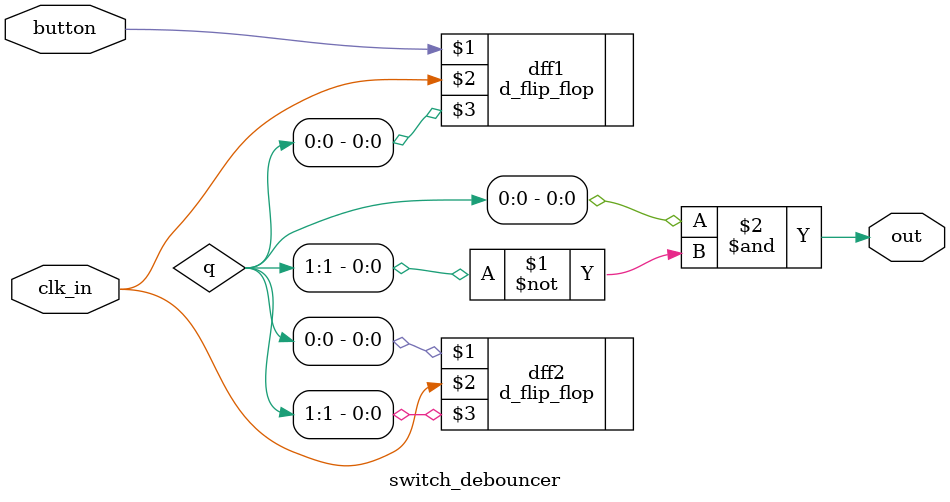
<source format=v>
`timescale 1ns / 1ps

module switch_debouncer(
    input button,
    input clk_in,
    output out
    );
    wire [1:0]q;
    d_flip_flop dff1(button, clk_in, q[0]);
    d_flip_flop dff2(q[0], clk_in, q[1]);
    assign out = q[0] & ~q[1];
endmodule

</source>
